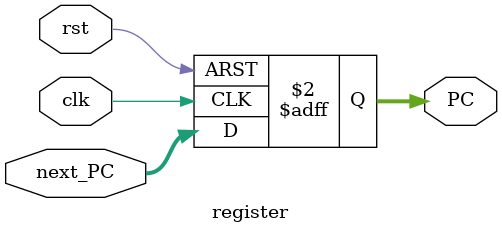
<source format=sv>
module register #(
    parameter WIDTH = 32
) (

    input logic                         clk,
    input logic                         rst,
    input logic       [WIDTH-1:0]       next_PC,   // Calculated next PC value
    output logic      [WIDTH-1:0]       PC         // PC O/P

);

always_ff @ (posedge clk, posedge rst)
    if (rst) PC <= {WIDTH{1'b0}};    // if reset = 1 then PC = 0
    else PC <= next_PC;

endmodule

</source>
